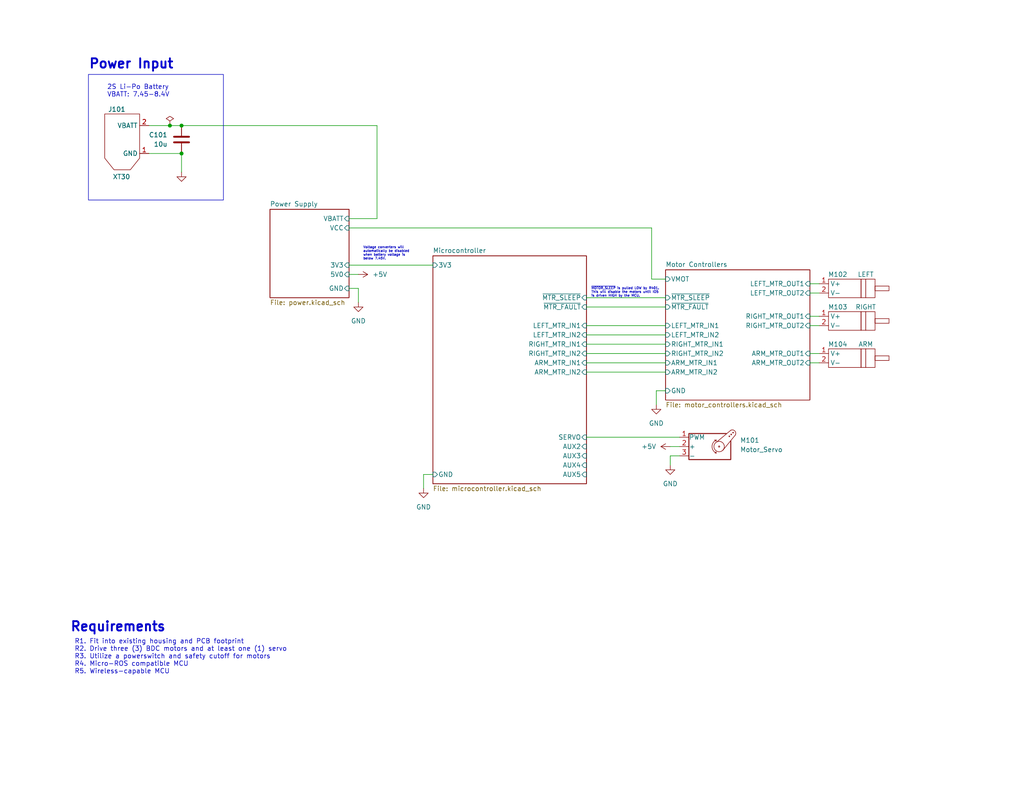
<source format=kicad_sch>
(kicad_sch (version 20230121) (generator eeschema)
  (paper "USLetter")
  (title_block (title "MiniSkidi Control Board") (date "2024-02-17") (rev "A1") (company "Olympus Engineering"))
  (lib_symbols
    (symbol "Device:C" (pin_numbers hide) (pin_names (offset 0.254))
      (property "Reference" "C" (at 0.635 2.54 0))
      (property "Value" "C" (at 0.635 -2.54 0))
      (symbol "C_0_1"
        (polyline (pts (xy -2.032 -0.762) (xy 2.032 -0.762)) (stroke (width 0.508)))
        (polyline (pts (xy -2.032 0.762) (xy 2.032 0.762)) (stroke (width 0.508)))
      )
      (symbol "C_1_1"
        (pin passive line (at 0 3.81 270) (length 2.794) (name "~") (number "1"))
        (pin passive line (at 0 -3.81 90) (length 2.794) (name "~") (number "2"))
      )
    )
    (symbol "Motor:Motor_Servo" (pin_names (offset 0.0254))
      (property "Reference" "M" (at -5.08 4.445 0))
      (property "Value" "Motor_Servo" (at -5.08 -4.064 0))
      (symbol "Motor_Servo_0_1"
        (polyline (pts (xy 2.413 -1.778) (xy 2.032 -1.778)))
        (polyline (pts (xy 2.413 -1.778) (xy 2.286 -1.397)))
        (polyline (pts (xy 2.413 1.778) (xy 1.905 1.778)))
        (polyline (pts (xy 2.413 1.778) (xy 2.286 1.397)))
        (polyline (pts (xy 6.35 4.445) (xy 2.54 1.27)))
        (polyline (pts (xy 7.62 3.175) (xy 4.191 -1.016)))
        (polyline (pts (xy 5.08 3.556) (xy -5.08 3.556) (xy -5.08 -3.556) (xy 6.35 -3.556) (xy 6.35 1.524)) (stroke (width 0.254)))
        (arc (start 2.413 1.778) (mid 1.2406 0) (end 2.413 -1.778))
        (circle (center 3.175 0) (radius 0.1778))
        (circle (center 3.175 0) (radius 1.4224))
        (circle (center 5.969 2.794) (radius 0.127))
        (circle (center 6.477 3.302) (radius 0.127))
        (circle (center 6.985 3.81) (radius 0.127))
        (arc (start 7.62 3.175) (mid 7.4485 4.2735) (end 6.35 4.445))
      )
      (symbol "Motor_Servo_1_1"
        (pin passive line (at -7.62 2.54 0) (length 2.54) (name "PWM") (number "1"))
        (pin passive line (at -7.62 0 0) (length 2.54) (name "+") (number "2"))
        (pin passive line (at -7.62 -2.54 0) (length 2.54) (name "-") (number "3"))
      )
    )
    (symbol "Motor_N20:Motor_N20"
      (property "Reference" "M" (at -5.715 3.81 0))
      (symbol "Motor_N20_0_1"
        (rectangle (start 2.54 2.54) (end -6.35 -2.54))
        (rectangle (start 3.81 2.54) (end 2.54 -2.54))
        (rectangle (start 6.35 2.54) (end 3.81 -2.54))
        (rectangle (start 10.16 0.635) (end 6.35 -0.635))
      )
      (symbol "Motor_N20_1_1"
        (pin passive line (at -8.89 1.27 0) (length 2.54) (name "V+") (number "1"))
        (pin passive line (at -8.89 -1.27 0) (length 2.54) (name "V-") (number "2"))
      )
    )
    (symbol "olympus-ecad:XT30"
      (property "Reference" "J" (at 0.635 4.445 0))
      (property "Value" "XT30" (at 5.08 -13.335 0))
      (symbol "XT30_0_1"
        (polyline (pts (xy 0 3.175) (xy 0 -8.89) (xy 2.54 -12.065) (xy 6.985 -12.065) (xy 9.525 -8.89) (xy 9.525 3.175) (xy 0 3.175)))
      )
      (symbol "XT30_1_1"
        (pin passive line (at -2.54 -7.62 0) (length 2.54) (name "GND") (number "1"))
        (pin passive line (at -2.54 0 0) (length 2.54) (name "VBATT") (number "2"))
      )
    )
    (symbol "power:+5V" (power) (pin_names (offset 0))
      (property "Value" "+5V" (at 0 3.556 0))
      (symbol "+5V_0_1"
        (polyline (pts (xy -0.762 1.27) (xy 0 2.54)))
        (polyline (pts (xy 0 0) (xy 0 2.54)))
        (polyline (pts (xy 0 2.54) (xy 0.762 1.27)))
      )
      (symbol "+5V_1_1"
        (pin power_in line (at 0 0 90) (length 0) hide (name "+5V") (number "1"))
      )
    )
    (symbol "power:GND" (power) (pin_names (offset 0))
      (property "Value" "GND" (at 0 -3.81 0))
      (symbol "GND_0_1"
        (polyline (pts (xy 0 0) (xy 0 -1.27) (xy 1.27 -1.27) (xy 0 -2.54) (xy -1.27 -1.27) (xy 0 -1.27)))
      )
      (symbol "GND_1_1"
        (pin power_in line (at 0 0 270) (length 0) hide (name "GND") (number "1"))
      )
    )
    (symbol "power:PWR_FLAG" (power) (pin_numbers hide) (pin_names (offset 0) hide)
      (property "Value" "PWR_FLAG" (at 0 3.81 0))
      (symbol "PWR_FLAG_0_0"
        (pin power_out line (at 0 0 90) (length 0) (name "pwr") (number "1"))
      )
      (symbol "PWR_FLAG_0_1"
        (polyline (pts (xy 0 0) (xy 0 1.27) (xy -1.016 1.905) (xy 0 2.54) (xy 1.016 1.905) (xy 0 1.27)))
      )
    )
  )
  (junction (at 49.53 41.91))
  (junction (at 49.53 34.29))
  (junction (at 46.355 34.29))
  (wire (pts (xy 95.25 72.39) (xy 118.11 72.39)))
  (wire (pts (xy 49.53 41.91) (xy 49.53 46.99)))
  (wire (pts (xy 182.88 121.92) (xy 185.42 121.92)))
  (wire (pts (xy 177.8 76.2) (xy 181.61 76.2)))
  (wire (pts (xy 49.53 34.29) (xy 102.87 34.29)))
  (wire (pts (xy 179.07 106.68) (xy 179.07 110.49)))
  (wire (pts (xy 40.64 41.91) (xy 49.53 41.91)))
  (wire (pts (xy 49.53 34.29) (xy 46.355 34.29)))
  (wire (pts (xy 181.61 106.68) (xy 179.07 106.68)))
  (wire (pts (xy 220.98 99.06) (xy 223.52 99.06)))
  (wire (pts (xy 95.25 62.23) (xy 177.8 62.23)))
  (wire (pts (xy 220.98 86.36) (xy 223.52 86.36)))
  (wire (pts (xy 220.98 80.01) (xy 223.52 80.01)))
  (wire (pts (xy 40.64 34.29) (xy 46.355 34.29)))
  (wire (pts (xy 95.25 78.74) (xy 97.79 78.74)))
  (wire (pts (xy 160.02 83.82) (xy 181.61 83.82)))
  (wire (pts (xy 160.02 93.98) (xy 181.61 93.98)))
  (wire (pts (xy 115.57 129.54) (xy 115.57 133.35)))
  (wire (pts (xy 95.25 59.69) (xy 102.87 59.69)))
  (wire (pts (xy 160.02 81.28) (xy 181.61 81.28)))
  (wire (pts (xy 160.02 91.44) (xy 181.61 91.44)))
  (wire (pts (xy 177.8 62.23) (xy 177.8 76.2)))
  (wire (pts (xy 160.02 88.9) (xy 181.61 88.9)))
  (wire (pts (xy 220.98 77.47) (xy 223.52 77.47)))
  (wire (pts (xy 160.02 101.6) (xy 181.61 101.6)))
  (wire (pts (xy 118.11 129.54) (xy 115.57 129.54)))
  (wire (pts (xy 220.98 88.9) (xy 223.52 88.9)))
  (wire (pts (xy 160.02 96.52) (xy 181.61 96.52)))
  (wire (pts (xy 160.02 99.06) (xy 181.61 99.06)))
  (wire (pts (xy 182.88 124.46) (xy 182.88 127)))
  (wire (pts (xy 185.42 124.46) (xy 182.88 124.46)))
  (wire (pts (xy 97.79 78.74) (xy 97.79 82.55)))
  (wire (pts (xy 95.25 74.93) (xy 97.79 74.93)))
  (wire (pts (xy 220.98 96.52) (xy 223.52 96.52)))
  (wire (pts (xy 102.87 34.29) (xy 102.87 59.69)))
  (wire (pts (xy 160.02 119.38) (xy 185.42 119.38)))
  (rectangle (start 24.13 20.32) (end 60.96 54.61))
  (text "Requirements" (at 19.05 172.72 0) (effects (font (size 2.54 2.54) bold) (justify left bottom)))
  (text "2S Li-Po Battery\nVBATT: 7.45-8.4V" (at 29.21 26.67 0) (effects (font (size 1.27 1.27)) (justify left bottom)))
  (text "~{MOTOR_SLEEP} is pulled LOW by R401.\nThis will disable the motors until IO5\nis driven HIGH by the MCU." (at 161.29 81.28 0) (effects (font (size 0.635 0.635) bold) (justify left bottom)))
  (text "R1. Fit into existing housing and PCB footprint\nR2. Drive three (3) BDC motors and at least one (1) servo\nR3. Utilize a powerswitch and safety cutoff for motors\nR4. Micro-ROS compatible MCU\nR5. Wireless-capable MCU" (at 20.32 184.15 0) (effects (font (size 1.27 1.27)) (justify left bottom)))
  (text "Power Input" (at 24.13 19.05 0) (effects (font (size 2.54 2.54) (thickness 0.508) bold) (justify left bottom)))
  (text "Voltage converters will\nautomatically be disabled\nwhen battery voltage is\nbelow 7.45V." (at 99.06 71.12 0) (effects (font (size 0.635 0.635) bold) (justify left bottom)))
  (symbol (lib_id "power:GND") (at 97.79 82.55 0) (unit 1)
    (property "Reference" "#PWR0101" (effects hide))
    (property "Value" "GND" (at 97.79 87.63 0))
  )
  (symbol (lib_id "power:GND") (at 179.07 110.49 0) (unit 1)
    (property "Reference" "#PWR0105" (effects hide))
    (property "Value" "GND" (at 179.07 115.57 0))
  )
  (symbol (lib_id "Motor_N20:Motor_N20") (at 232.41 78.74 0) (unit 1)
    (property "Reference" "M102" (at 228.6 74.93 0))
    (property "Value" "LEFT" (at 236.22 74.93 0))
  )
  (symbol (lib_id "olympus-ecad:XT30") (at 38.1 34.29 0) (mirror y) (unit 1) (in_bom no)
    (property "Reference" "J101" (at 34.29 29.845 0) (effects (justify left)))
    (property "Value" "XT30" (at 35.56 48.26 0) (effects (justify left)))
    (property "Footprint" "Connector_AMASS:AMASS_XT30U-F_1x02_P5.0mm_Vertical" (effects hide))
  )
  (symbol (lib_id "power:+5V") (at 182.88 121.92 90) (unit 1)
    (property "Reference" "#PWR0103" (effects hide))
    (property "Value" "+5V" (at 179.07 121.92 90) (effects (justify left)))
  )
  (symbol (lib_id "power:GND") (at 115.57 133.35 0) (unit 1)
    (property "Reference" "#PWR0106" (effects hide))
    (property "Value" "GND" (at 115.57 138.43 0))
  )
  (symbol (lib_id "power:GND") (at 182.88 127 0) (unit 1)
    (property "Reference" "#PWR0104" (effects hide))
    (property "Value" "GND" (at 182.88 132.08 0))
  )
  (symbol (lib_id "power:PWR_FLAG") (at 46.355 34.29 0) (mirror y) (unit 1)
    (property "Reference" "#FLG0101" (effects hide))
    (property "Value" "PWR_FLAG" (effects hide))
  )
  (symbol (lib_id "Motor_N20:Motor_N20") (at 232.41 97.79 0) (unit 1)
    (property "Reference" "M104" (at 228.6 93.98 0))
    (property "Value" "ARM" (at 236.22 93.98 0))
  )
  (symbol (lib_id "Motor:Motor_Servo") (at 193.04 121.92 0) (unit 1)
    (property "Reference" "M101" (at 201.93 120.2166 0) (effects (justify left)))
    (property "Value" "Motor_Servo" (at 201.93 122.7566 0) (effects (justify left)))
    (property "Datasheet" "http://forums.parallax.com/uploads/attachments/46831/74481.png" (effects hide))
  )
  (symbol (lib_id "Motor_N20:Motor_N20") (at 232.41 87.63 0) (unit 1)
    (property "Reference" "M103" (at 228.6 83.82 0))
    (property "Value" "RIGHT" (at 236.22 83.82 0))
  )
  (symbol (lib_id "power:+5V") (at 97.79 74.93 270) (unit 1)
    (property "Reference" "#PWR0102" (effects hide))
    (property "Value" "+5V" (at 101.6 74.93 90) (effects (justify left)))
  )
  (symbol (lib_id "Device:C") (at 49.53 38.1 0) (mirror y) (unit 1)
    (property "Reference" "C101" (at 45.72 36.83 0) (effects (justify left)))
    (property "Value" "10u" (at 45.72 39.37 0) (effects (justify left)))
    (property "Footprint" "Capacitor_SMD:C_0603_1608Metric" (effects hide))
    (property "Datasheet" "https://ele.kyocera.com/assets/products/capacitor/CM_Series_e.pdf" (effects hide))
    (property "Distributor Link" "https://www.digikey.com/en/products/detail/kyocera-avx/CM105X5R106K16AT/17866311" (effects hide))
    (property "Manfacturer PN" "CM105X5R106K16AT" (effects hide))
    (property "Manufacturer" "KYOCERA AVX" (effects hide))
  )
  (symbol (lib_id "power:GND") (at 49.53 46.99 0) (mirror y) (unit 1)
    (property "Reference" "#PWR0107" (effects hide))
    (property "Value" "GND" (effects hide))
  )
  (sheet (at 73.66 57.15) (size 21.59 24.13) (stroke (width 0.1524))
    (property "Sheetname" "Power Supply" (at 73.66 56.4384 0) (effects (justify left bottom)))
    (property "Sheetfile" "power.kicad_sch" (at 73.66 81.8646 0) (effects (justify left top)))
    (pin "GND" input (at 95.25 78.74 0))
    (pin "VBATT" input (at 95.25 59.69 0))
    (pin "5V0" input (at 95.25 74.93 0))
    (pin "3V3" input (at 95.25 72.39 0))
    (pin "VCC" input (at 95.25 62.23 0))
  )
  (sheet (at 118.11 69.85) (size 41.91 62.23) (stroke (width 0.1524))
    (property "Sheetname" "Microcontroller" (at 118.11 69.1384 0) (effects (justify left bottom)))
    (property "Sheetfile" "microcontroller.kicad_sch" (at 118.11 132.6646 0) (effects (justify left top)))
    (pin "3V3" input (at 118.11 72.39 180))
    (pin "GND" input (at 118.11 129.54 180))
    (pin "AUX2" input (at 160.02 121.92 0))
    (pin "LEFT_MTR_IN1" input (at 160.02 88.9 0))
    (pin "LEFT_MTR_IN2" input (at 160.02 91.44 0))
    (pin "RIGHT_MTR_IN2" input (at 160.02 96.52 0))
    (pin "RIGHT_MTR_IN1" input (at 160.02 93.98 0))
    (pin "ARM_MTR_IN2" input (at 160.02 101.6 0))
    (pin "SERVO" input (at 160.02 119.38 0))
    (pin "ARM_MTR_IN1" input (at 160.02 99.06 0))
    (pin "AUX3" input (at 160.02 124.46 0))
    (pin "AUX4" input (at 160.02 127 0))
    (pin "AUX5" input (at 160.02 129.54 0))
    (pin "~{MTR_FAULT}" input (at 160.02 83.82 0))
    (pin "~{MTR_SLEEP}" input (at 160.02 81.28 0))
  )
  (sheet (at 181.61 73.66) (size 39.37 35.56) (stroke (width 0.1524))
    (property "Sheetname" "Motor Controllers" (at 181.61 72.9484 0) (effects (justify left bottom)))
    (property "Sheetfile" "motor_controllers.kicad_sch" (at 181.61 109.8046 0) (effects (justify left top)))
    (pin "VMOT" input (at 181.61 76.2 180))
    (pin "~{MTR_SLEEP}" input (at 181.61 81.28 180))
    (pin "ARM_MTR_IN1" input (at 181.61 99.06 180))
    (pin "ARM_MTR_IN2" input (at 181.61 101.6 180))
    (pin "RIGHT_MTR_IN1" input (at 181.61 93.98 180))
    (pin "RIGHT_MTR_IN2" input (at 181.61 96.52 180))
    (pin "LEFT_MTR_IN2" input (at 181.61 91.44 180))
    (pin "LEFT_MTR_IN1" input (at 181.61 88.9 180))
    (pin "~{MTR_FAULT}" input (at 181.61 83.82 180))
    (pin "GND" input (at 181.61 106.68 180))
    (pin "ARM_MTR_OUT1" input (at 220.98 96.52 0))
    (pin "ARM_MTR_OUT2" input (at 220.98 99.06 0))
    (pin "RIGHT_MTR_OUT2" input (at 220.98 88.9 0))
    (pin "RIGHT_MTR_OUT1" input (at 220.98 86.36 0))
    (pin "LEFT_MTR_OUT1" input (at 220.98 77.47 0))
    (pin "LEFT_MTR_OUT2" input (at 220.98 80.01 0))
  )
)
</source>
